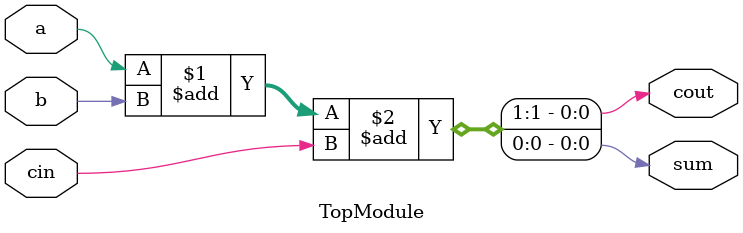
<source format=sv>
module TopModule(
    input a,
    input b,
    input cin,
    output cout,
    output sum
);

    assign {cout, sum} = a + b + cin;

endmodule


</source>
